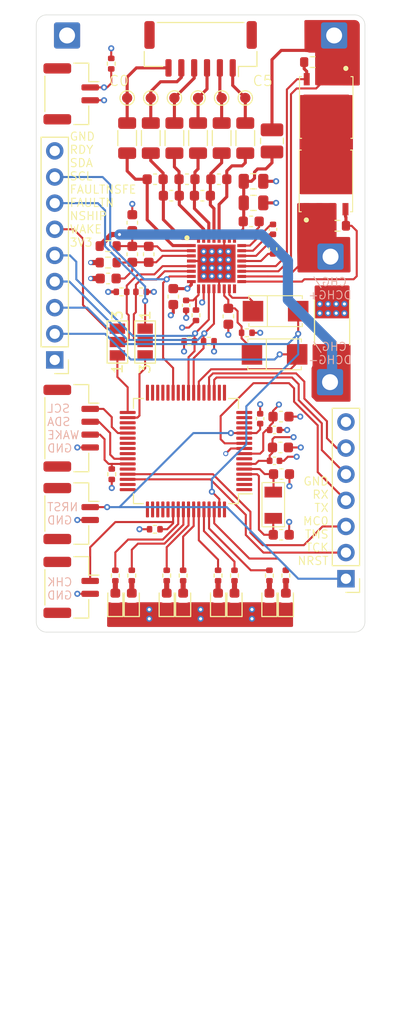
<source format=kicad_pcb>
(kicad_pcb (version 20240108) (generator "pcbnew") (generator_version "8.0")
  (layers (0 "F.Cu" signal) (1 "In1.Cu" signal) (2 "In2.Cu" signal) (31 "B.Cu" signal) (34 "B.Paste" user) (35 "F.Paste" user) (36 "B.SilkS" user "B.Silkscreen") (37 "F.SilkS" user "F.Silkscreen") (38 "B.Mask" user) (39 "F.Mask" user) (44 "Edge.Cuts" user))
  (net 0 "")
  (net 1 "Net-(U1-VCP)")
  (net 2 "Net-(U1-VB)")
  (net 3 "GND")
  (net 4 "Net-(U1-VCP1M)")
  (net 5 "Net-(U1-VCP1P)")
  (net 6 "Net-(U1-VCP2P)")
  (net 7 "Net-(U1-VCP2M)")
  (net 8 "/BMS_IC_Circuit/VREG_3V3")
  (net 9 "Net-(U1-C4)")
  (net 10 "Net-(U1-C5)")
  (net 11 "Net-(U1-C3)")
  (net 12 "Net-(U1-C2)")
  (net 13 "Net-(U1-C1)")
  (net 14 "Net-(U1-C0)")
  (net 15 "Net-(U1-ISENSEM)")
  (net 16 "Net-(U1-ISENSEP)")
  (net 17 "Net-(D1-K)")
  (net 18 "Net-(D2-K)")
  (net 19 "Net-(U1-NTC)")
  (net 20 "Net-(U2-PC14)")
  (net 21 "Net-(U2-PC15)")
  (net 22 "/MCU_Circuit/NRST")
  (net 23 "/BMS_IC_Circuit/SCL_EXT")
  (net 24 "/BMS_IC_Circuit/SDA_EXT")
  (net 25 "/MCU_Circuit/WAKE")
  (net 26 "/BMS_IC_Circuit/BATT+")
  (net 27 "/MCU_Circuit/SDA_HOST")
  (net 28 "/BMS_IC_Circuit/WAKEUP")
  (net 29 "/BMS_IC_Circuit/NSHIP")
  (net 30 "/BMS_IC_Circuit/C0")
  (net 31 "/BMS_IC_Circuit/C5")
  (net 32 "/BMS_IC_Circuit/C3")
  (net 33 "/BMS_IC_Circuit/C2")
  (net 34 "/BMS_IC_Circuit/C4")
  (net 35 "/BMS_IC_Circuit/C1")
  (net 36 "/Battery_Interfacing_Circuit/CHG{slash}DCHG+")
  (net 37 "/Battery_Interfacing_Circuit/CHG{slash}DCHG-")
  (net 38 "Net-(J8-Pin_2)")
  (net 39 "Net-(J8-Pin_1)")
  (net 40 "/BMS_IC_Circuit/RDY")
  (net 41 "/BMS_IC_Circuit/SDA")
  (net 42 "/BMS_IC_Circuit/SCL")
  (net 43 "/BMS_IC_Circuit/FAULTN_SAFE")
  (net 44 "/BMS_IC_Circuit/FAULTN")
  (net 45 "Net-(JP1-C)")
  (net 46 "Net-(JP2-C)")
  (net 47 "Net-(Q1-D)")
  (net 48 "/BMS_IC_Circuit/CHG")
  (net 49 "/BMS_IC_Circuit/DCHG")
  (net 70 "/MCU_Circuit/TMS")
  (net 72 "/MCU_Circuit/MCO")
  (net 77 "/MCU_Circuit/UART2_RX")
  (net 78 "/MCU_Circuit/UART2_TX")
  (net 88 "/MCU_Circuit/TCK")
  (net 89 "Net-(J6-Pin_1)")
  (net 90 "/MCU_Circuit/SCL_HOST")
  (net 92 "Net-(D3-A)")
  (net 93 "Net-(D4-A)")
  (net 94 "Net-(D5-A)")
  (net 95 "Net-(D6-A)")
  (net 96 "Net-(D7-A)")
  (net 97 "Net-(D8-A)")
  (net 98 "Net-(D9-A)")
  (net 99 "Net-(D10-A)")
  (net 100 "/MCU_Circuit/LEDRed1")
  (net 101 "/MCU_Circuit/LEDWhite1")
  (net 102 "/MCU_Circuit/LEDWhite2")
  (net 103 "/MCU_Circuit/LEDRed2")
  (net 104 "/MCU_Circuit/LEDWhite3")
  (net 105 "/MCU_Circuit/LEDRed3")
  (net 106 "/MCU_Circuit/LEDWhite4")
  (net 107 "/MCU_Circuit/LEDRed4")
  (footprint "Connector_PinHeader_2.54mm:PinHeader_1x09_P2.54mm_Vertical" (layer "F.Cu") (at 111.8 53.54 180)
    (property "Reference" "J9" (hide yes))
    (property "Value" "Conn_01x09")
  )
  (footprint "Resistor_SMD:R_0402_1005Metric" (layer "F.Cu") (at 124.9 51.725 180)
    (property "Reference" "R14" (hide yes))
    (property "Value" "10k")
  )
  (footprint "Capacitor_SMD:C_0402_1005Metric" (layer "F.Cu") (at 133.05 42.75 90)
    (property "Reference" "C4" (hide yes))
    (property "Value" "6.8n")
  )
  (footprint "Resistor_SMD:R_0402_1005Metric" (layer "F.Cu") (at 121.54 70)
    (property "Reference" "R16" (hide yes))
    (property "Value" "33k")
  )
  (footprint "Resistor_SMD:R_0402_1005Metric" (layer "F.Cu") (at 125.55 49.2 90)
    (property "Reference" "R18" (hide yes))
    (property "Value" "10k")
  )
  (footprint "LED_SMD:LED_0603_1608Metric" (layer "F.Cu") (at 119.3 77 90)
    (property "Reference" "D4" (hide yes))
    (property "Value" "LED")
  )
  (footprint "Jumper:SolderJumper-3_P1.3mm_Open_Pad1.0x1.5mm_NumberLabels" (layer "F.Cu") (at 117.9 51.8 90)
    (property "Reference" "JP1" (hide yes))
    (property "Value" "SolderJumper_3_Open")
  )
  (footprint "Capacitor_SMD:C_0402_1005Metric" (layer "F.Cu") (at 124.59 48.235 -90)
    (property "Reference" "C18" (hide yes))
    (property "Value" "10n")
  )
  (footprint "Connector_JST:JST_GH_SM02B-GHS-TB_1x02-1MP_P1.25mm_Horizontal" (layer "F.Cu") (at 113.4 75.65 -90)
    (property "Reference" "J6" (hide yes))
    (property "Value" "Conn_01x02")
  )
  (footprint "li-ion_BMS:JLCPCB-DFN-8(4.9x5.8)" (layer "F.Cu") (at 138.233 29 180)
    (property "Reference" "Q1" (hide yes))
    (property "Value" "NMOS")
  )
  (footprint "Inductor_SMD:L_1008_2520Metric" (layer "F.Cu") (at 132.95 32.25 90)
    (property "Reference" "L1" (hide yes))
    (property "Value" "1u")
  )
  (footprint "TestPoint:TestPoint_Pad_D1.0mm" (layer "F.Cu") (at 123.45 28.075)
    (property "Reference" "TP5" (hide yes))
    (property "Value" "TestPoint")
  )
  (footprint "Capacitor_SMD:C_0603_1608Metric" (layer "F.Cu") (at 120.95 43.275 90)
    (property "Reference" "C15" (hide yes))
    (property "Value" "22n")
  )
  (footprint "Capacitor_SMD:C_0603_1608Metric" (layer "F.Cu") (at 133.775 62.05)
    (property "Reference" "C24" (hide yes))
    (property "Value" "4.7u")
  )
  (footprint "Connector_Wire:SolderWire-0.75sqmm_1x01_D1.25mm_OD2.3mm" (layer "F.Cu") (at 139 22)
    (property "Reference" "J2" (hide yes))
    (property "Value" "Conn_Solder_Pad")
  )
  (footprint "TestPoint:TestPoint_Pad_D1.0mm" (layer "F.Cu") (at 121.15 28.075)
    (property "Reference" "TP6" (hide yes))
    (property "Value" "TestPoint")
  )
  (footprint "Capacitor_SMD:C_0603_1608Metric" (layer "F.Cu") (at 127.775 35.975 180)
    (property "Reference" "C7" (hide yes))
    (property "Value" "470n")
  )
  (footprint "Resistor_SMD:R_0402_1005Metric" (layer "F.Cu") (at 119.3 74.5 90)
    (property "Reference" "R15" (hide yes))
    (property "Value" "4.7k")
  )
  (footprint "TestPoint:TestPoint_Pad_D1.0mm" (layer "F.Cu") (at 125.75 28.075)
    (property "Reference" "TP4" (hide yes))
    (property "Value" "TestPoint")
  )
  (footprint "Capacitor_SMD:C_0805_2012Metric" (layer "F.Cu") (at 131.15 36.175)
    (property "Reference" "C2" (hide yes))
    (property "Value" "10u")
  )
  (footprint "Resistor_SMD:R_1206_3216Metric" (layer "F.Cu") (at 128.05 31.975 90)
    (property "Reference" "R4" (hide yes))
    (property "Value" "39")
  )
  (footprint "Capacitor_SMD:C_0603_1608Metric" (layer "F.Cu") (at 130.925 40.075)
    (property "Reference" "C1" (hide yes))
    (property "Value" "68n")
  )
  (footprint "Package_QFP:LQFP-64_10x10mm_P0.5mm" (layer "F.Cu") (at 124.575 62.4 180)
    (property "Reference" "U2" (hide yes))
    (property "Value" "STM32G071RBTx")
  )
  (footprint "Resistor_SMD:R_0603_1608Metric" (layer "F.Cu") (at 117 44.075 180)
    (property "Reference" "R9" (hide yes))
    (property "Value" "22")
  )
  (footprint "Resistor_SMD:R_0402_1005Metric" (layer "F.Cu") (at 132.7 74.5 90)
    (property "Reference" "R26" (hide yes))
    (property "Value" "3.3k")
  )
  (footprint "Capacitor_SMD:C_0603_1608Metric" (layer "F.Cu") (at 123.34 47.385 -90)
    (property "Reference" "C6" (hide yes))
    (property "Value" "4.7u")
  )
  (footprint "Capacitor_SMD:C_0402_1005Metric" (layer "F.Cu") (at 133.05 40.85 90)
    (property "Reference" "C5" (hide yes))
    (property "Value" "6.8n")
  )
  (footprint "Resistor_SMD:R_0402_1005Metric" (layer "F.Cu") (at 134.3 74.5 90)
    (property "Reference" "R27" (hide yes))
    (property "Value" "4.7k")
  )
  (footprint "LED_SMD:LED_0603_1608Metric" (layer "F.Cu") (at 122.7 77 90)
    (property "Reference" "D5" (hide yes))
    (property "Value" "LED")
  )
  (footprint "Resistor_SMD:R_1206_3216Metric" (layer "F.Cu") (at 125.75 31.975 90)
    (property "Reference" "R5" (hide yes))
    (property "Value" "39")
  )
  (footprint "TestPoint:TestPoint_Pad_D1.0mm" (layer "F.Cu") (at 128.05 28.075)
    (property "Reference" "TP3" (hide yes))
    (property "Value" "TestPoint")
  )
  (footprint "Capacitor_SMD:C_0603_1608Metric" (layer "F.Cu") (at 121.575 35.975 180)
    (property "Reference" "C11" (hide yes))
    (property "Value" "470n")
  )
  (footprint "Resistor_SMD:R_2512_6332Metric" (layer "F.Cu") (at 138.8 49.9 -90)
    (property "Reference" "RSENSE1" (hide yes))
    (property "Value" "10m")
  )
  (footprint "Resistor_SMD:R_1206_3216Metric" (layer "F.Cu") (at 123.45 31.975 90)
    (property "Reference" "R6" (hide yes))
    (property "Value" "39")
  )
  (footprint "Connector_PinHeader_2.54mm:PinHeader_1x07_P2.54mm_Vertical" (layer "F.Cu") (at 140.15 74.81 180)
    (property "Reference" "J10" (hide yes))
    (property "Value" "Conn_01x07")
  )
  (footprint "Capacitor_SMD:C_0603_1608Metric" (layer "F.Cu") (at 119.35 40.2 90)
    (property "Reference" "C13" (hide yes))
    (property "Value" "4.7u")
  )
  (footprint "li-ion_BMS:JLCPCB-DFN-8(4.9x5.8)" (layer "F.Cu") (at 138.2 36.1375)
    (property "Reference" "Q2" (hide yes))
    (property "Value" "NMOS")
  )
  (footprint "TestPoint:TestPoint_Pad_D1.0mm" (layer "F.Cu") (at 130.35 28.075)
    (property "Reference" "TP2" (hide yes))
    (property "Value" "TestPoint")
  )
  (footprint "Capacitor_SMD:C_0805_2012Metric" (layer "F.Cu") (at 131.15 38.275)
    (property "Reference" "C3" (hide yes))
    (property "Value" "220n")
  )
  (footprint "Resistor_SMD:R_0603_1608Metric" (layer "F.Cu") (at 117 42.475 180)
    (property "Reference" "R10" (hide yes))
    (property "Value" "22")
  )
  (footprint "LED_SMD:LED_0603_1608Metric" (layer "F.Cu") (at 132.7 77 90)
    (property "Reference" "D9" (hide yes))
    (property "Value" "LED")
  )
  (footprint "Capacitor_SMD:C_0603_1608Metric" (layer "F.Cu") (at 128.7 49.3 -90)
    (property "Reference" "C16" (hide yes))
    (property "Value" "100n")
  )
  (footprint "Capacitor_SMD:C_0603_1608Metric" (layer "F.Cu") (at 124.675 35.975 180)
    (property "Reference" "C9" (hide yes))
    (property "Value" "470n")
  )
  (footprint "Resistor_SMD:R_0402_1005Metric" (layer "F.Cu") (at 118.3 46.925)
    (property "Reference" "R2" (hide yes))
    (property "Value" "4.7k")
  )
  (footprint "Connector_JST:JST_GH_SM04B-GHS-TB_1x04-1MP_P1.25mm_Horizontal" (layer "F.Cu") (at 113.4 60.175 -90)
    (property "Reference" "J11" (hide yes))
    (property "Value" "Conn_01x04")
  )
  (footprint "Resistor_SMD:R_0402_1005Metric" (layer "F.Cu") (at 117.7 74.5 90)
    (property "Reference" "R20" (hide yes))
    (property "Value" "3.3k")
  )
  (footprint "Resistor_SMD:R_0402_1005Metric" (layer "F.Cu") (at 129.3 74.5 90)
    (property "Reference" "R25" (hide yes))
    (property "Value" "4.7k")
  )
  (footprint "Connector_JST:JST_GH_SM02B-GHS-TB_1x02-1MP_P1.25mm_Horizontal" (layer "F.Cu") (at 113.4 27.675 -90)
    (property "Reference" "J8" (hide yes))
    (property "Value" "Conn_01x02")
  )
  (footprint "Capacitor_SMD:C_0402_1005Metric" (layer "F.Cu") (at 133.2 63.35)
    (property "Reference" "C23" (hide yes))
    (property "Value" "100n")
  )
  (footprint "li-ion_BMS:QFN50P500X500X100-33N-D" (layer "F.Cu") (at 127.55 44.175)
    (property "Reference" "U1" (hide yes))
    (property "Value" "~" (hide yes))
  )
  (footprint "li-ion_BMS:NX3215SA-32.768K-STD-MUA-8" (layer "F.Cu") (at 133.075 67.6625 -90)
    (property "Reference" "Y1" (hide yes))
    (property "Value" "12.5p")
  )
  (footprint "Connector_JST:JST_GH_SM06B-GHS-TB_1x06-1MP_P1.25mm_Horizontal" (layer "F.Cu") (at 126 23.3 180)
    (property "Reference" "J1" (hide yes))
    (property "Value" "Conn_01x06")
  )
  (footprint "Capacitor_SMD:C_0603_1608Metric" (layer "F.Cu") (at 123.15 37.575 180)
    (property "Reference" "C10" (hide yes))
    (property "Value" "470n")
  )
  (footprint "Connector_JST:JST_GH_SM02B-GHS-TB_1x02-1MP_P1.25mm_Horizontal" (layer "F.Cu") (at 113.4 68.475 -90)
    (property "Reference" "J7" (hide yes))
    (property "Value" "Conn_01x02")
  )
  (footprint "Jumper:SolderJumper-3_P1.3mm_Open_Pad1.0x1.5mm_NumberLabels" (layer "F.Cu") (at 120.6 51.8 -90)
    (property "Reference" "JP2" (hide yes))
    (property "Value" "SolderJumper_3_Open")
  )
  (footprint "LED_SMD:LED_0603_1608Metric" (layer "F.Cu") (at 129.3 77 90)
    (property "Reference" "D8" (hide yes))
    (property "Value" "LED")
  )
  (footprint "LED_SMD:LED_0603_1608Metric" (layer "F.Cu") (at 134.3 77 90)
    (property "Reference" "D10" (hide yes))
    (property "Value" "LED")
  )
  (footprint "Resistor_SMD:R_0402_1005Metric" (layer "F.Cu") (at 122.7 74.5 90)
    (property "Reference" "R21" (hide yes))
    (property "Value" "3.3k")
  )
  (footprint "Resistor_SMD:R_1206_3216Metric" (layer "F.Cu") (at 118.85 31.975 90)
    (property "Reference" "R8" (hide yes))
    (property "Value" "39")
  )
  (footprint "Capacitor_SMD:C_0603_1608Metric" (layer "F.Cu") (at 133.85 70.5375)
    (property "Reference" "C19" (hide yes))
    (property "Value" "15p")
  )
  (footprint "Connector_Wire:SolderWire-0.75sqmm_1x01_D1.25mm_OD2.3mm" (layer "F.Cu") (at 138.65 43.5)
    (property "Reference" "J4" (hide yes))
    (property "Value" "Conn_Solder_Pad")
  )
  (footprint "Connector_Wire:SolderWire-0.75sqmm_1x01_D1.25mm_OD2.3mm" (layer "F.Cu") (at 113 22)
    (property "Reference" "J3" (hide yes))
    (property "Value" "Conn_Solder_Pad")
  )
  (footprint "Resistor_SMD:R_0603_1608Metric" (layer "F.Cu") (at 139.325 40.5 180)
    (property "Reference" "R11" (hide yes))
    (property "Value" "2M")
  )
  (footprint "Resistor_SMD:R_0402_1005Metric" (layer "F.Cu") (at 130.5 50.9)
    (property "Reference" "R17" (hide yes))
    (property "Value" "10k")
  )
  (footprint "Resistor_SMD:R_0402_1005Metric" (layer "F.Cu") (at 126.8 51.725)
    (property "Reference" "R13" (hide yes))
    (property "Value" "10k")
  )
  (footprint "Capacitor_SMD:C_0603_1608Metric" (layer "F.Cu") (at 133.825 59.05)
    (property "Reference" "C22" (hide yes))
    (property "Value" "4.7u")
  )
  (footprint "Resistor_SMD:R_0603_1608Metric" (layer "F.Cu") (at 136.908 24.5875)
    (property "Reference" "R12" (hide yes))
    (property "Value" "2M")
  )
  (footprint "Resistor_SMD:R_0402_1005Metric" (layer "F.Cu") (at 124.3 74.5 90)
    (property "Reference" "R22" (hide yes))
    (property "Value" "4.7k")
  )
  (footprint "Resistor_SMD:R_1206_3216Metric" (layer "F.Cu") (at 130.35 31.975 90)
    (property "Reference" "R3" (hide yes))
    (property "Value" "39")
  )
  (footprint "Capacitor_SMD:C_0603_1608Metric" (layer "F.Cu") (at 133.875 64.6375)
    (property "Reference" "C20" (hide yes))
    (property "Value" "15p")
  )
  (footprint "Capacitor_SMD:C_0402_1005Metric" (layer "F.Cu") (at 131.8 59.25 90)
    (property "Reference" "C25" (hide yes))
    (property "Value" "100n")
  )
  (footprint "Capacitor_SMD:C_0402_1005Metric" (layer "F.Cu") (at 133.2 60.35)
    (property "Reference" "C21" (hide yes))
    (property "Value" "100n")
  )
  (footprint "li-ion_BMS:SS34" (layer "F.Cu") (at 133.3 48.8)
    (property "Reference" "D2" (hide yes))
    (property "Value" "D")
  )
  (footprint "Resistor_SMD:R_0402_1005Metric" (layer "F.Cu") (at 117.3 24.74 -90)
    (property "Reference" "R19" (hide yes))
    (property "Value" "33k")
  )
  (footprint "Resistor_SMD:R_0402_1005Metric" (layer "F.Cu") (at 120.21 46.925 180)
    (property "Reference" "R1" (hide yes))
    (property "Value" "4.7k")
  )
  (footprint "Capacitor_SMD:C_0603_1608Metric" (layer "F.Cu") (at 126.175 37.575 180)
    (property "Reference" "C8" (hide yes))
    (property "Value" "470n")
  )
  (footprint "TestPoint:TestPoint_Pad_D1.0mm" (layer "F.Cu") (at 118.85 28.075)
    (property "Reference" "TP7" (hide yes))
    (property "Value" "TestPoint")
  )
  (footprint "Resistor_SMD:R_1206_3216Metric" (layer "F.Cu") (at 121.15 31.975 90)
    (property "Reference" "R7" (hide yes))
    (property "Value" "39")
  )
  (footprint "Capacitor_SMD:C_0603_1608Metric" (layer "F.Cu") (at 117 45.625)
    (property "Reference" "C12" (hide yes))
    (property "Value" "4.7u")
  )
  (footprint "li-ion_BMS:SS34" (layer "F.Cu") (at 133.2 53)
    (property "Reference" "D1" (hide yes))
    (property "Value" "D")
  )
  (footprint "Connector_Wire:SolderWire-0.75sqmm_1x01_D1.25mm_OD2.3mm" (layer "F.Cu") (at 138.6 55.7 180)
    (property "Reference" "J5" (hide yes))
    (property "Value" "Conn_Solder_Pad")
  )
  (footprint "Resistor_SMD:R_0402_1005Metric" (layer "F.Cu") (at 117.35 64.65 90)
    (property "Reference" "R24" (hide yes))
    (property "Value" "33k")
  )
  (footprint "LED_SMD:LED_0603_1608Metric" (layer "F.Cu") (at 124.3 77 90)
    (property "Reference" "D6" (hide yes))
    (property "Value" "LED")
  )
  (footprint "Capacitor_SMD:C_0603_1608Metric" (layer "F.Cu") (at 119.35 43.275 90)
    (property "Reference" "C14" (hide yes))
    (property "Value" "4.7u")
  )
  (footprint "LED_SMD:LED_0603_1608Metric" (layer "F.Cu") (at 117.7 77 90)
    (property "Reference" "D3" (hide yes))
    (property "Value" "LED")
  )
  (footprint "Resistor_SMD:R_0402_1005Metric" (layer "F.Cu") (at 127.7 74.5 90)
    (property "Reference" "R23" (hide yes))
    (property "Value" "3.3k")
  )
  (footprint "LED_SMD:LED_0603_1608Metric" (layer "F.Cu") (at 127.7 77 90)
    (property "Reference" "D7" (hide yes))
    (property "Value" "LED")
  )
  (gr_arc (start 141 20) (mid 141.707107 20.292893) (end 142 21) (stroke (width 0.05)) (layer "Edge.Cuts"))
  (gr_arc (start 111 80) (mid 110.292893 79.707107) (end 110 79) (stroke (width 0.05)) (layer "Edge.Cuts"))
  (gr_arc (start 142 79) (mid 141.707107 79.707107) (end 141 80) (stroke (width 0.05)) (layer "Edge.Cuts"))
  (gr_line (start 142 21) (end 142 79) (stroke (width 0.05)) (layer "Edge.Cuts"))
  (gr_line (start 111 20) (end 141 20) (stroke (width 0.05)) (layer "Edge.Cuts"))
  (gr_arc (start 110 21) (mid 110.292893 20.292893) (end 111 20) (stroke (width 0.05)) (layer "Edge.Cuts"))
  (gr_line (start 110 79) (end 110 21) (stroke (width 0.05)) (layer "Edge.Cuts"))
  (gr_line (start 141 80) (end 111 80) (stroke (width 0.05)) (layer "Edge.Cuts"))
  (gr_text "SCL\nSDA\nWAKE\nGND" (at 111 62.6 0) (layer "B.SilkS") (effects (font (size 0.8 0.8) (thickness 0.1)) (justify right bottom mirror)))
  (gr_text "NRST\nGND" (at 111 69.6 0) (layer "B.SilkS") (effects (font (size 0.8 0.8) (thickness 0.1)) (justify right bottom mirror)))
  (gr_text "CHG/\nDCHG+" (at 138.6 46.6 0) (layer "B.SilkS") (effects (font (size 0.8 0.8) (thickness 0.1)) (justify mirror)))
  (gr_text "CHK\nGND" (at 111 76.9 0) (layer "B.SilkS") (effects (font (size 0.8 0.8) (thickness 0.1)) (justify right bottom mirror)))
  (gr_text "CHG/\nDCHG-" (at 138.6 52.9 0) (layer "B.SilkS") (effects (font (size 0.8 0.8) (thickness 0.1)) (justify mirror)))
  (gr_text "C5" (at 131 27 0) (layer "F.SilkS") (effects (font (size 1 1) (thickness 0.1)) (justify left bottom)))
  (gr_text "C0" (at 117 27 0) (layer "F.SilkS") (effects (font (size 1 1) (thickness 0.1)) (justify left bottom)))
  (gr_text "GND\nRX\nTX\nMC0\nTMS\nTCK\nNRST" (at 138.52 73.54 0) (layer "F.SilkS") (effects (font (size 0.8 0.8) (thickness 0.1)) (justify right bottom)))
  (gr_text "GND\nRDY\nSDA\nSCL\nFAULTNSFE\nFAULTN\nNSHIP\nWAKE\n3V3" (at 113.2 42.59 0) (layer "F.SilkS") (effects (font (size 0.8 0.8) (thickness 0.1)) (justify left bottom)))
  (segment (start 131.7 40.075) (end 131.7 40.625) (width 0.2) (layer "F.Cu") (net 1))
  (segment (start 130.6 41.725) (end 129.3 41.725) (width 0.2) (layer "F.Cu") (net 1))
  (segment (start 131.7 40.625) (end 130.6 41.725) (width 0.2) (layer "F.Cu") (net 1))
  (segment (start 132.35 34.975) (end 132.95 34.375) (width 0.3) (layer "F.Cu") (net 2))
  (segment (start 130.2 36.175) (end 130.2 38.275) (width 0.3) (layer "F.Cu") (net 2))
  (segment (start 130.95 36.175) (end 131.25 35.875) (width 0.3) (layer "F.Cu") (net 2))
  (segment (start 128.8 41.725) (end 128.8 41.125) (width 0.2) (layer "F.Cu") (net 2))
  (segment (start 130.2 36.175) (end 130.95 36.175) (width 0.3) (layer "F.Cu") (net 2))
  (segment (start 130.2 40.025) (end 130.15 40.075) (width 0.3) (layer "F.Cu") (net 2))
  (segment (start 131.25 35.275) (end 131.55 34.975) (width 0.3) (layer "F.Cu") (net 2))
  (segment (start 128.8 41.125) (end 128.95 40.975) (width 0.2) (layer "F.Cu") (net 2))
  (segment (start 131.55 34.975) (end 132.35 34.975) (width 0.3) (layer "F.Cu") (net 2))
  (segment (start 128.95 40.975) (end 129.95 40.975) (width 0.2) (layer "F.Cu") (net 2))
  (segment (start 130.2 38.275) (end 130.2 40.025) (width 0.3) (layer "F.Cu") (net 2))
  (segment (start 129.95 40.975) (end 130.15 40.775) (width 0.2) (layer "F.Cu") (net 2))
  (segment (start 130.15 40.775) (end 130.15 40.075) (width 0.2) (layer "F.Cu") (net 2))
  (segment (start 132.95 34.375) (end 132.95 33.325) (width 0.3) (layer "F.Cu") (net 2))
  (segment (start 131.25 35.875) (end 131.25 35.275) (width 0.3) (layer "F.Cu") (net 2))
  (segment (start 134.55 62.05) (end 135.75 62.05) (width 0.2) (layer "F.Cu") (net 3))
  (segment (start 132.1 36.175) (end 133.35 36.175) (width 0.3) (layer "F.Cu") (net 3))
  (segment (start 127.8 44.425) (end 127.55 44.175) (width 0.2) (layer "F.Cu") (net 3))
  (segment (start 124.6 49.07) (end 124.59 49.06) (width 0.2) (layer "F.Cu") (net 3))
  (segment (start 120.05 70) (end 121.03 70) (width 0.2) (layer "F.Cu") (net 3))
  (segment (start 127.3 43.925) (end 127.55 44.175) (width 0.2) (layer "F.Cu") (net 3))
  (segment (start 123.34 48.96) (end 123.34 48.16) (width 0.3) (layer "F.Cu") (net 3))
  (segment (start 117.35 65.16) (end 117.35 65.99) (width 0.2) (layer "F.Cu") (net 3))
  (segment (start 132.1 38.275) (end 133.35 38.275) (width 0.3) (layer "F.Cu") (net 3))
  (segment (start 125.1 43.925) (end 127.3 43.925) (width 0.2) (layer "F.Cu") (net 3))
  (segment (start 124.59 49.06) (end 124.59 48.715) (width 0.2) (layer "F.Cu") (net 3))
  (segment (start 116.225 45.625) (end 115.3 45.625) (width 0.5) (layer "F.Cu") (net 3))
  (segment (start 131.8 58.77) (end 131.8 57.85) (width 0.2) (layer "F.Cu") (net 3))
  (segment (start 115.25 69.1) (end 114 69.1) (width 0.2) (layer "F.Cu") (net 3))
  (segment (start 128.3 41.725) (end 128.3 43.425) (width 0.2) (layer "F.Cu") (net 3))
  (segment (start 134.625 69.2875) (end 134.625 70.5375) (width 0.2) (layer "F.Cu") (net 3))
  (segment (start 127.31 51.725) (end 127.31 52.715) (width 0.2) (layer "F.Cu") (net 3))
  (segment (start 128.45 62.65) (end 128.95 62.15) (width 0.2) (layer "F.Cu") (net 3))
  (segment (start 127.8 46.625) (end 127.8 44.425) (width 0.2) (layer "F.Cu") (net 3))
  (segment (start 119.35 39.425) (end 119.35 38.375) (width 0.2) (layer "F.Cu") (net 3))
  (segment (start 115.25 62.05) (end 114 62.05) (width 0.2) (layer "F.Cu") (net 3))
  (segment (start 134.1 63.35) (end 134.5 62.95) (width 0.2) (layer "F.Cu") (net 3))
  (segment (start 134.6 59.05) (end 135.7 59.05) (width 0.2) (layer "F.Cu") (net 3))
  (segment (start 128.7 50.075) (end 128.7 51.1) (width 0.2) (layer "F.Cu") (net 3))
  (segment (start 124.39 51.725) (end 124.39 52.715) (width 0.2) (layer "F.Cu") (net 3))
  (segment (start 133.705 60.35) (end 134.425 60.35) (width 0.2) (layer "F.Cu") (net 3))
  (segment (start 124.6 49.45) (end 124.6 49.07) (width 0.2) (layer "F.Cu") (net 3))
  (segment (start 131.01 50.9) (end 131.8 50.9) (width 0.2) (layer "F.Cu") (net 3))
  (segment (start 116.175 44.075) (end 115.3 44.075) (width 0.5) (layer "F.Cu") (net 3))
  (segment (start 123.1 49.2) (end 123.34 48.96) (width 0.3) (layer "F.Cu") (net 3))
  (segment (start 128.95 62.15) (end 130.25 62.15) (width 0.2) (layer "F.Cu") (net 3))
  (segment (start 134.65 64.6375) (end 134.65 65.8125) (width 0.2) (layer "F.Cu") (net 3))
  (segment (start 134.5 62.95) (end 135.35 62.95) (width 0.2) (layer "F.Cu") (net 3))
  (segment (start 128.3 43.425) (end 127.55 44.175) (width 0.2) (layer "F.Cu") (net 3))
  (segment (start 133.68 63.35) (end 134.1 63.35) (width 0.2) (layer "F.Cu") (net 3))
  (via (at 127.9 45.4) (size 0.6) (drill 0.3) (layers "F.Cu" "B.Cu") (net 3))
  (via (at 127.9 43.8) (size 0.6) (drill 0.3) (layers "F.Cu" "B.Cu") (net 3))
  (via (at 126 77.8) (size 0.6) (drill 0.3) (layers "F.Cu" "B.Cu") (net 3))
  (via (at 124.39 52.715) (size 0.6) (drill 0.3) (layers "F.Cu" "B.Cu") (net 3))
  (via (at 120.05 70) (size 0.6) (drill 0.3) (layers "F.Cu" "B.Cu") (net 3))
  (via (at 127.1 43) (size 0.6) (drill 0.3) (layers "F.Cu" "B.Cu") (net 3))
  (via (at 115.3 44.075) (size 0.5) (drill 0.3) (layers "F.Cu" "B.Cu") (net 3))
  (via (at 127.1 43.8) (size 0.6) (drill 0.3) (layers "F.Cu" "B.Cu") (net 3))
  (via (at 137.6 49) (size 0.6) (drill 0.3) (layers "F.Cu" "B.Cu") (net 3))
  (via (at 127.1 44.6) (size 0.6) (drill 0.3) (layers "F.Cu" "B.Cu") (net 3))
  (via (at 119.35 38.375) (size 0.6) (drill 0.3) (layers "F.Cu" "B.Cu") (net 3))
  (via (at 133.35 38.275) (size 0.6) (drill 0.3) (layers "F.Cu" "B.Cu") (net 3))
  (via (at 124.6 49.45) (size 0.6) (drill 0.3) (layers "F.Cu" "B.Cu") (net 3))
  (via (at 139.2 49) (size 0.6) (drill 0.3) (layers "F.Cu" "B.Cu") (net 3))
  (via (at 137.6 48.1) (size 0.6) (drill 0.3) (layers "F.Cu" "B.Cu") (net 3))
  (via (at 134.625 69.2875) (size 0.6) (drill 0.3) (layers "F.Cu" "B.Cu") (net 3))
  (via (at 131 78.7) (size 0.6) (drill 0.3) (layers "F.Cu" "B.Cu") (net 3))
  (via (at 131 77.8) (size 0.6) (drill 0.3) (layers "F.Cu" "B.Cu") (net 3))
  (via (at 134.65 65.8125) (size 0.6) (drill 0.3) (layers "F.Cu" "B.Cu") (net 3))
  (via (at 139.2 48.1) (size 0.6) (drill 0.3) (layers "F.Cu" "B.Cu") (net 3))
  (via (at 126.3 44.6) (size 0.6) (drill 0.3) (layers "F.Cu" "B.Cu") (net 3))
  (via (at 138.4 49) (size 0.6) (drill 0.3) (layers "F.Cu" "B.Cu") (net 3))
  (via (at 140 48.1) (size 0.6) (drill 0.3) (layers "F.Cu" "B.Cu") (net 3))
  (via (at 138.4 48.1) (size 0.6) (drill 0.3) (layers "F.Cu" "B.Cu") (net 3))
  (via (at 128.7 43.8) (size 0.6) (drill 0.3) (layers "F.Cu" "B.Cu") (net 3))
  (via (at 135.75 62.05) (size 0.6) (drill 0.3) (layers "F.Cu" "B.Cu") (net 3))
  (via (at 127.9 43) (size 0.6) (drill 0.3) (layers "F.Cu" "B.Cu") (net 3))
  (via (at 127.1 45.4) (size 0.6) (drill 0.3) (layers "F.Cu" "B.Cu") (net 3))
  (via (at 121 77.8) (size 0.6) (drill 0.3) (layers "F.Cu" "B.Cu") (net 3))
  (via (at 114 62.05) (size 0.6) (drill 0.3) (layers "F.Cu" "B.Cu") (net 3))
  (via (at 135.35 62.95) (size 0.6) (drill 0.3) (layers "F.Cu" "B.Cu") (net 3))
  (via (at 135.7 59.05) (size 0.6) (drill 0.3) (layers "F.Cu" "B.Cu") (net 3))
  (via (at 123.1 49.2) (size 0.6) (drill 0.3) (layers "F.Cu" "B.Cu") (net 3))
  (via (at 134.425 60.35) (size 0.6) (drill 0.3) (layers "F.Cu" "B.Cu") (net 3))
  (via (at 127.9 44.6) (size 0.6) (drill 0.3) (layers "F.Cu" "B.Cu") (net 3))
  (via (at 131.8 50.9) (size 0.6) (drill 0.3) (layers "F.Cu" "B.Cu") (net 3))
  (via (at 128.45 62.65) (size 0.5) (drill 0.3) (layers "F.Cu" "B.Cu") (net 3))
  (via (at 131.8 57.85) (size 0.6) (drill 0.3) (layers "F.Cu" "B.Cu") (net 3))
  (via (at 115.3 45.625) (size 0.5) (drill 0.3) (layers "F.Cu" "B.Cu") (net 3))
  (via (at 127.31 52.715) (size 0.6) (drill 0.3) (layers "F.Cu" "B.Cu") (net 3))
  (via (at 128.7 44.6) (size 0.6) (drill 0.3) (layers "F.Cu" "B.Cu") (net 3))
  (via (at 117.35 65.99) (size 0.6) (drill 0.3) (layers "F.Cu" "B.Cu") (net 3))
  (via (at 121 78.7) (size 0.6) (drill 0.3) (layers "F.Cu" "B.Cu") (net 3))
  (via (at 126.3 43.8) (size 0.6) (drill 0.3) (layers "F.Cu" "B.Cu") (net 3))
  (via (at 128.7 51.1) (size 0.6) (drill 0.3) (layers "F.Cu" "B.Cu") (net 3))
  (via (at 140 49) (size 0.6) (drill 0.3) (layers "F.Cu" "B.Cu") (net 3))
  (via (at 126 78.7) (size 0.6) (drill 0.3) (layers "F.Cu" "B.Cu") (net 3))
  (via (at 133.35 36.175) (size 0.6) (drill 0.3) (layers "F.Cu" "B.Cu") (net 3))
  (via (at 128.7 43) (size 0.6) (drill 0.3) (layers "F.Cu" "B.Cu") (net 3))
  (via (at 114 69.1) (size 0.6) (drill 0.3) (layers "F.Cu" "B.Cu") (net 3))
  (via (at 126.3 43) (size 0.6) (drill 0.3) (layers "F.Cu" "B.Cu") (net 3))
  (via (at 126.3 45.4) (size 0.6) (drill 0.3) (layers "F.Cu" "B.Cu") (net 3))
  (via (at 128.7 45.4) (size 0.6) (drill 0.3) (layers "F.Cu" "B.Cu") (net 3))
  (segment (start 133.05 43.23) (end 132.57 43.23) (width 0.2) (layer "F.Cu") (net 4))
  (segment (start 132.57 43.23) (end 131.875 43.925) (width 0.2) (layer "F.Cu") (net 4))
  (segment (start 131.875 43.925) (end 130 43.925) (width 0.2) (layer "F.Cu") (net 4))
  (segment (start 132.555 42.27) (end 131.4 43.425) (width 0.2) (layer "F.Cu") (net 5))
  (segment (start 133.05 42.27) (end 132.555 42.27) (width 0.2) (layer "F.Cu") (net 5))
  (segment (start 131.4 43.425) (end 130 43.425) (width 0.2) (layer "F.Cu") (net 5))
  (segment (start 132.855 40.37) (end 133.05 40.37) (width 0.2) (layer "F.Cu") (net 6))
  (segment (start 130.8 42.425) (end 130 42.425) (width 0.2) (layer "F.Cu") (net 6))
  (segment (start 130.8 42.425) (end 132.855 40.37) (width 0.2) (layer "F.Cu") (net 6))
  (segment (start 133.05 41.33) (end 132.695 41.33) (width 0.2) (layer "F.Cu") (net 7))
  (segment (start 132.695 41.33) (end 131.1 42.925) (width 0.2) (layer "F.Cu") (net 7))
  (segment (start 131.1 42.925) (end 130 42.925) (width 0.2) (layer "F.Cu") (net 7))
  (segment (start 124.715 46.61) (end 123.34 46.61) (width 0.3) (layer "F.Cu") (net 8))
  (segment (start 133.05 58.5) (end 133.05 59.05) (width 0.2) (layer "F.Cu") (net 8))
  (segment (start 131.65 63.35) (end 131.35 63.65) (width 0.2) (layer "F.Cu") (net 8))
  (segment (start 132.1 60.65) (end 132.4 60.35) (width 0.2) (layer "F.Cu") (net 8))
  (segment (start 133.2 61.05) (end 133 61.25) (width 0.2) (layer "F.Cu") (net 8))
  (segment (start 132.4 60.35) (end 132.72 60.35) (width 0.2) (layer "F.Cu") (net 8))
  (segment (start 124.715 46.61) (end 125.1 46.225) (width 0.3) (layer "F.Cu") (net 8))
  (segment (start 130.25 63.65) (end 131.35 63.65) (width 0.2) (layer "F.Cu") (net 8))
  (segment (start 117.3 24.23) (end 117.3 23.25) (width 0.2) (layer "F.Cu") (net 8))
  (segment (start 133 62.55) (end 132.72 62.83) (width 0.2) (layer "F.Cu") (net 8))
  (segment (start 130.25 62.65) (end 131.8 62.65) (width 0.2) (layer "F.Cu") (net 8))
  (segment (start 133 61.25) (end 133 62.05) (width 0.2) (layer "F.Cu") (net 8))
  (segment (start 125.1 46.225) (end 125.1 45.925) (width 0.3) (layer "F.Cu") (net 8))
  (segment (start 133 62.05) (end 133 62.55) (width 0.2) (layer "F.Cu") (net 8))
  (segment (start 133.625 57.925) (end 133.05 58.5) (width 0.2) (layer "F.Cu") (net 8))
  (segment (start 133.2 61.05) (end 135.05 61.05) (width 0.2) (layer "F.Cu") (net 8))
  (segment (start 115.25 76.275) (end 114 76.275) (width 0.2) (layer "F.Cu") (net 8))
  (segment (start 133.05 59.625) (end 133.05 59.05) (width 0.2) (layer "F.Cu") (net 8))
  (segment (start 132.72 59.955) (end 133.05 59.625) (width 0.2) (layer "F.Cu") (net 8))
  (segment (start 132.72 60.35) (end 132.72 59.955) (width 0.2) (layer "F.Cu") (net 8))
  (segment (start 133.625 57.875) (end 133.625 57.925) (width 0.2) (layer "F.Cu") (net 8))
  (segment (start 120.72 46.925) (end 121.45 46.925) (width 0.3) (layer "F.Cu") (net 8))
  (segment (start 132.72 62.83) (end 132.72 63.35) (width 0.2) (layer "F.Cu") (net 8))
  (segment (start 117.79 46.925) (end 117 46.925) (width 0.3) (layer "F.Cu") (net 8))
  (segment (start 117.765 46.9) (end 117.79 46.925) (width 0.3) (layer "F.Cu") (net 8))
  (segment (start 132.72 63.35) (end 131.65 63.35) (width 0.2) (layer "F.Cu") (net 8))
  (segment (start 131.8 62.65) (end 132.1 62.35) (width 0.2) (layer "F.Cu") (net 8))
  (segment (start 132.1 62.35) (end 132.1 60.65) (width 0.2) (layer "F.Cu") (net 8))
  (via (at 117 46.925) (size 0.6) (drill 0.3) (layers "F.Cu" "B.Cu") (net 8))
  (via (at 117.3 23.25) (size 0.6) (drill 0.3) (layers "F.Cu" "B.Cu") (net 8))
  (via (at 121.45 46.925) (size 0.6) (drill 0.3) (layers "F.Cu" "B.Cu") (net 8))
  (via (at 124.715 46.61) (size 0.6) (drill 0.3) (layers "F.Cu" "B.Cu") (net 8))
  (via (at 114 76.275) (size 0.6) (drill 0.3) (layers "F.Cu" "B.Cu") (net 8))
  (via (at 135.05 61.05) (size 0.6) (drill 0.3) (layers "F.Cu" "B.Cu") (net 8))
  (via (at 133.625 57.875) (size 0.6) (drill 0.3) (layers "F.Cu" "B.Cu") (net 8))
  (segment (start 126.95 37.575) (end 126.95 36.025) (width 0.3) (layer "F.Cu") (net 9))
  (segment (start 126.95 38.475) (end 127.3 38.825) (width 0.3) (layer "F.Cu") (net 9))
  (segment (start 127 35.425) (end 128.05 34.375) (width 0.3) (layer "F.Cu") (net 9))
  (segment (start 127.3 38.825) (end 127.3 41.725) (width 0.3) (layer "F.Cu") (net 9))
  (segment (start 126.95 38.475) (end 126.95 37.575) (width 0.3) (layer "F.Cu") (net 9))
  (segment (start 127 35.975) (end 127 35.425) (width 0.3) (layer "F.Cu") (net 9))
  (segment (start 128.05 34.375) (end 128.05 33.4375) (width 0.3) (layer "F.Cu") (net 9))
  (segment (start 126.95 36.025) (end 127 35.975) (width 0.3) (layer "F.Cu") (net 9))
  (segment (start 129.05 34.675) (end 130.05 34.675) (width 0.3) (layer "F.Cu") (net 10))
  (segment (start 127.8 38.425) (end 128.55 37.675) (width 0.3) (layer "F.Cu") (net 10))
  (segment (start 128.55 37.675) (end 128.55 35.975) (width 0.3) (layer "F.Cu") (net 10))
  (segment (start 128.55 35.975) (end 128.55 35.175) (width 0.3) (layer "F.Cu") (net 10))
  (segment (start 130.05 34.675) (end 130.35 34.375) (width 0.3) (layer "F.Cu") (net 10))
  (segment (start 130.35 34.375) (end 130.35 33.4375) (width 0.3) (layer "F.Cu") (net 10))
  (segment (start 127.8 41.725) (end 127.8 38.425) (width 0.3) (layer "F.Cu") (net 10))
  (segment (start 128.55 35.175) (end 129.05 34.675) (width 0.3) (layer "F.Cu") (net 10))
  (segment (start 125.4 37.575) (end 125.4 36.025) (width 0.3) (layer "F.Cu") (net 11))
  (segment (start 125.4 38.825) (end 126.8 40.225) (width 0.3) (layer "F.Cu") (net 11))
  (segment (start 125.45 35.275) (end 125.75 34.975) (width 0.3) (layer "F.Cu") (net 11))
  (segment (start 125.4 37.575) (end 125.4 38.825) (width 0.3) (layer "F.Cu") (net 11))
  (segment (start 125.45 35.975) (end 125.45 35.275) (width 0.3) (layer "F.Cu") (net 11))
  (segment (start 125.4 36.025) (end 125.45 35.975) (width 0.3) (layer "F.Cu") (net 11))
  (segment (start 125.75 34.975) (end 125.75 33.4375) (width 0.3) (layer "F.Cu") (net 11))
  (segment (start 126.8 40.225) (end 126.8 41.725) (width 0.3) (layer "F.Cu") (net 11))
  (segment (start 123.925 36) (end 123.9 35.975) (width 0.3) (layer "F.Cu") (net 12))
  (segment (start 123.9 35.225) (end 123.45 34.775) (width 0.3) (layer "F.Cu") (net 12))
  (segment (start 126.3 40.825) (end 126.3 41.725) (width 0.3) (layer "F.Cu") (net 12))
  (segment (start 123.9 35.975) (end 123.9 35.225) (width 0.3) (layer "F.Cu") (net 12))
  (segment (start 123.45 34.775) (end 123.45 33.4375) (width 0.3) (layer "F.Cu") (net 12))
  (segment (start 123.925 38.45) (end 123.925 37.575) (width 0.3) (layer "F.Cu") (net 12))
  (segment (start 123.925 37.575) (end 123.925 36) (width 0.3) (layer "F.Cu") (net 12))
  (segment (start 123.925 38.45) (end 126.3 40.825) (width 0.3) (layer "F.Cu") (net 12))
  (segment (start 122.375 37.575) (end 122.375 39.9) (width 0.3) (layer "F.Cu") (net 13))
  (segment (start 121.15 34.175) (end 121.15 33.4375) (width 0.3) (layer "F.Cu") (net 13))
  (segment (start 122.375 37.575) (end 122.375 36) (width 0.3) (layer "F.Cu") (net 13))
  (segment (start 122.35 35.375) (end 121.15 34.175) (width 0.3) (layer "F.Cu") (net 13))
  (segment (start 124.2 41.725) (end 125.8 41.725) (width 0.3) (layer "F.Cu") (net 13))
  (segment (start 122.375 36) (end 122.35 35.975) (width 0.3) (layer "F.Cu") (net 13))
  (segment (start 122.35 35.975) (end 122.35 35.375) (width 0.3) (layer "F.Cu") (net 13))
  (segment (start 122.375 39.9) (end 124.2 41.725) (width 0.3) (layer "F.Cu") (net 13))
  (segment (start 125.1 42.425) (end 123.3 42.425) (width 0.3) (layer "F.Cu") (net 14))
  (segment (start 120.8 39.925) (end 120.8 35.975) (width 0.3) (layer "F.Cu") (net 14))
  (segment (start 123.3 42.425) (end 120.8 39.925) (width 0.3) (layer "F.Cu") (net 14))
  (segment (start 120.8 35.975) (end 119.65 35.975) (width 0.3) (layer "F.Cu") (net 14))
  (segment (start 118.85 35.175) (end 118.85 33.4375) (width 0.3) (layer "F.Cu") (net 14))
  (segment (start 119.65 35.975) (end 118.85 35.175) (width 0.3) (layer "F.Cu") (net 14))
  (segment (start 119.35 44.875) (end 119.35 44.05) (width 0.2) (layer "F.Cu") (net 15))
  (segment (start 120.95 44.05) (end 119.35 44.05) (width 0.2) (layer "F.Cu") (net 15))
  (segment (start 117.775 44.075) (end 119.325 44.075) (width 0.2) (layer "F.Cu") (net 15))
  (segment (start 122.3 43.425) (end 125.1 43.425) (width 0.2) (layer "F.Cu") (net 15))
  (segment (start 118.6 45.625) (end 119.35 44.875) (width 0.2) (layer "F.Cu") (net 15))
  (segment (start 117.775 45.625) (end 118.6 45.625) (width 0.2) (layer "F.Cu") (net 15))
  (segment (start 119.325 44.075) (end 119.35 44.05) (width 0.2) (layer "F.Cu") (net 15))
  (segment (start 121.675 44.05) (end 122.3 43.425) (width 0.2) (layer "F.Cu") (net 15))
  (segment (start 120.95 44.05) (end 121.675 44.05) (width 0.2) (layer "F.Cu") (net 15))
  (segment (start 119.325 42.475) (end 119.35 42.5) (width 0.2) (layer "F.Cu") (net 16))
  (segment (start 119.35 42.5) (end 119.35 40.975) (width 0.2) (layer "F.Cu") (net 16))
  (segment (start 121.775 42.5) (end 120.95 42.5) (width 0.2) (layer "F.Cu") (net 16))
  (segment (start 117.775 42.475) (end 119.325 42.475) (width 0.2) (layer "F.Cu") (net 16))
  (segment (start 125.1 42.925) (end 122.2 42.925) (width 0.2) (layer "F.Cu") (net 16))
  (segment (start 122.2 42.925) (end 121.775 42.5) (width 0.2) (layer "F.Cu") (net 16))
  (segment (start 119.35 42.5) (end 120.95 42.5) (width 0.2) (layer "F.Cu") (net 16))
  (segment (start 129.99 50.9) (end 129.99 51.44) (width 0.2) (layer "F.Cu") (net 17))
  (segment (start 128.3 46.625) (end 128.3 47.3) (width 0.2) (layer "F.Cu") (net 17))
  (segment (start 129.99 51.44) (end 131 52.45) (width 0.2) (layer "F.Cu") (net 17))
  (segment (start 129.6 49.9) (end 129.99 50.29) (width 0.2) (layer "F.Cu") (net 17))
  (segment (start 131 52.45) (end 131 53) (width 0.2) (layer "F.Cu") (net 17))
  (segment (start 128.7 48.525) (end 129.325 48.525) (width 0.2) (layer "F.Cu") (net 17))
  (segment (start 129.99 50.29) (end 129.99 50.9) (width 0.2) (layer "F.Cu") (net 17))
  (segment (start 129.6 48.8) (end 129.6 49.9) (width 0.2) (layer "F.Cu") (net 17))
  (segment (start 129.325 48.525) (end 129.6 48.8) (width 0.2) (layer "F.Cu") (net 17))
  (segment (start 128.7 47.7) (end 128.7 48.525) (width 0.2) (layer "F.Cu") (net 17))
  (segment (start 128.3 47.3) (end 128.7 47.7) (width 0.2) (layer "F.Cu") (net 17))
  (segment (start 128.8 46.625) (end 128.8 47.2) (width 0.2) (layer "F.Cu") (net 18))
  (segment (start 129.1 47.5) (end 130.7 47.5) (width 0.2) (layer "F.Cu") (net 18))
  (segment (start 128.8 47.2) (end 129.1 47.5) (width 0.2) (layer "F.Cu") (net 18))
  (segment (start 130.7 47.5) (end 131.1 47.9) (width 0.2) (layer "F.Cu") (net 18))
  (segment (start 131.1 47.9) (end 131.1 48.8) (width 0.2) (layer "F.Cu") (net 18))
  (segment (start 124.59 47.755) (end 125.27 47.755) (width 0.2) (layer "F.Cu") (net 19))
  (segment (start 125.55 47.475) (end 125.5625 47.4625) (width 0.2) (layer "F.Cu") (net 19))
  (segment (start 125.27 47.755) (end 125.5625 47.4625) (width 0.2) (layer "F.Cu") (net 19))
  (segment (start 125.8 47.225) (end 125.8 46.625) (width 0.2) (layer "F.Cu") (net 19))
  (segment (start 125.55 48.69) (end 125.55 47.475) (width 0.2) (layer "F.Cu") (net 19))
  (segment (start 125.5625 47.4625) (end 125.8 47.225) (width 0.2) (layer "F.Cu") (net 19))
  (segment (start 131.675 64.825) (end 131.5 64.65) (width 0.2) (layer "F.Cu") (net 20))
  (segment (start 132.175 70.5375) (end 131.675 70.0375) (width 0.2) (layer "F.Cu") (net 20))
  (segment (start 133.075 70.5375) (end 132.175 70.5375) (width 0.2) (layer "F.Cu") (net 20))
  (segment (start 131.5 64.65) (end 130.25 64.65) (width 0.2) (layer "F.Cu") (net 20))
  (segment (start 133.075 68.9375) (end 133.075 70.5375) (width 0.2) (layer "F.Cu") (net 20))
  (segment (start 131.675 70.0375) (end 131.675 64.825) (width 0.2) (layer "F.Cu") (net 20))
  (segment (start 131.75 64.15) (end 132.2375 64.6375) (width 0.2) (layer "F.Cu") (net 21))
  (segment (start 133.1 66.3625) (end 133.075 66.3875) (width 0.2) (layer "F.Cu") (net 21))
  (segment (start 133.075 64.6625) (end 133.1 64.6375) (width 0.2) (layer "F.Cu") (net 21))
  (segment (start 130.25 64.15) (end 131.75 64.15) (width 0.2) (layer "F.Cu") (net 21))
  (segment (start 133.1 64.6375) (end 133.1 66.3625) (width 0.2) (layer "F.Cu") (net 21))
  (segment (start 132.2375 64.6375) (end 133.1 64.6375) (width 0.2) (layer "F.Cu") (net 21))
  (segment (start 130.25 60.65) (end 131.45 60.65) (width 0.2) (layer "F.Cu") (net 22))
  (segment (start 130.25 60.65) (end 128.95 60.65) (width 0.2) (layer "F.Cu") (net 22))
  (segment (start 131.45 60.65) (end 131.8 60.3) (width 0.2) (layer "F.Cu") (net 22))
  (segment (start 115.25 67.85) (end 116.9 67.85) (width 0.2) (layer "F.Cu") (net 22))
  (segment (start 131.8 60.3) (end 131.8 59.73) (width 0.2) (layer "F.Cu") (net 22))
  (via (at 116.9 67.85) (size 0.6) (drill 0.3) (layers "F.Cu" "B.Cu") (net 22))
  (via (at 128.95 60.65) (size 0.6) (drill 0.3) (layers "F.Cu" "B.Cu") (net 22))
  (segment (start 128.55 67.85) (end 135.51 74.81) (width 0.2) (layer "B.Cu") (net 22))
  (segment (start 135.51 74.81) (end 140.15 74.81) (width 0.2) (layer "B.Cu") (net 22))
  (segment (start 118.1 67.85) (end 128.55 67.85) (width 0.2) (layer "B.Cu") (net 22))
  (segment (start 125.3 60.65) (end 128.95 60.65) (width 0.2) (layer "B.Cu") (net 22))
  (segment (start 116.9 67.85) (end 118.1 67.85) (width 0.2) (layer "B.Cu") (net 22))
  (segment (start 118.1 67.85) (end 125.3 60.65) (width 0.2) (layer "B.Cu") (net 22))
  (segment (start 113.64 40.84) (end 111.8 40.84) (width 0.2) (layer "F.Cu") (net 23))
  (segment (start 114.55 41.75) (end 113.64 40.84) (width 0.2) (layer "F.Cu") (net 23))
  (segment (start 114.55 48.2) (end 114.55 41.75) (width 0.2) (layer "F.Cu") (net 23))
  (segment (start 116.85 50.5) (end 114.55 48.2) (width 0.2) (layer "F.Cu") (net 23))
  (segment (start 117.9 50.5) (end 116.85 50.5) (width 0.2) (layer "F.Cu") (net 23))
  (segment (start 120.6 50.5) (end 120.6 47.8) (width 0.2) (layer "F.Cu") (net 24))
  (via (at 120.6 47.8) (size 0.6) (drill 0.3) (layers "F.Cu" "B.Cu") (net 24))
  (segment (start 116.7 42.5) (end 120.6 46.4) (width 0.2) (layer "B.Cu") (net 24))
  (segment (start 111.8 38.3) (end 116 38.3) (width 0.2) (layer "B.Cu") (net 24))
  (segment (start 116 38.3) (end 116.7 39) (width 0.2) (layer "B.Cu") (net 24))
  (segment (start 120.6 46.4) (end 120.6 47.8) (width 0.2) (layer "B.Cu") (net 24))
  (segment (start 116.7 39) (end 116.7 42.5) (width 0.2) (layer "B.Cu") (net 24))
  (segment (start 117.35 63.7) (end 117.4 63.65) (width 0.2) (layer "F.Cu") (net 25))
  (segment (start 117.35 63.65) (end 117.4 63.65) (width 0.2) (layer "F.Cu") (net 25))
  (segment (start 117.35 64.14) (end 117.35 63.7) (width 0.2) (layer "F.Cu") (net 25))
  (segment (start 117.35 63.65) (end 117.05 63.65) (width 0.2) (layer "F.Cu") (net 25))
  (segment (start 116.2 60.8) (end 115.25 60.8) (width 0.2) (layer "F.Cu") (net 25))
  (segment (start 117.4 63.65) (end 118.9 63.65) (width 0.2) (layer "F.Cu") (net 25))
  (segment (start 116.65 61.25) (end 116.2 60.8) (width 0.2) (layer "F.Cu") (net 25))
  (segment (start 117.05 63.65) (end 116.65 63.25) (width 0.2) (layer "F.Cu") (net 25))
  (segment (start 116.65 63.25) (end 116.65 61.25) (width 0.2) (layer "F.Cu") (net 25))
  (segment (start 134.8 43.7) (end 134.8 27.7) (width 0.2) (layer "F.Cu") (net 26))
  (segment (start 135.35 27.15) (end 137.25 27.15) (width 0.2) (layer "F.Cu") (net 26))
  (segment (start 137.25 27.15) (end 137.6 26.8) (width 0.2) (layer "F.Cu") (net 26))
  (segment (start 133.575 44.925) (end 134.8 43.7) (width 0.2) (layer "F.Cu") (net 26))
  (segment (start 132.95 31.175) (end 132.95 24.35) (width 0.3) (layer "F.Cu") (net 26))
  (segment (start 133.55 23.75) (end 133.85 23.45) (width 0.3) (layer "F.Cu") (net 26))
  (segment (start 132.95 24.35) (end 133.55 23.75) (width 0.3) (layer "F.Cu") (net 26))
  (segment (start 134.8 27.7) (end 135.35 27.15) (width 0.2) (layer "F.Cu") (net 26))
  (segment (start 130 44.925) (end 133.575 44.925) (width 0.2) (layer "F.Cu") (net 26))
  (segment (start 137.6 26.8) (end 137.6 26.25) (width 0.2) (layer "F.Cu") (net 26))
  (segment (start 133.85 23.45) (end 136.75 23.45) (width 0.3) (layer "F.Cu") (net 26))
  (segment (start 116.1 59.55) (end 117.2 60.65) (width 0.2) (layer "F.Cu") (net 27))
  (segment (start 115.25 59.55) (end 116.1 59.55) (width 0.2) (layer "F.Cu") (net 27))
  (segment (start 117.2 62.75) (end 117.6 63.15) (width 0.2) (layer "F.Cu") (net 27))
  (segment (start 117.2 60.65) (end 117.2 62.75) (width 0.2) (layer "F.Cu") (net 27))
  (segment (start 117.6 63.15) (end 118.9 63.15) (width 0.2) (layer "F.Cu") (net 27))
  (segment (start 135.4 53) (end 133.7 53) (width 0.2) (layer "F.Cu") (net 28))
  (segment (start 135.4 53.8) (end 135.4 53) (width 0.2) (layer "F.Cu") (net 28))
  (segment (start 127.015686 54.45) (end 134.75 54.45) (width 0.2) (layer "F.Cu") (net 28))
  (segment (start 134.75 54.45) (end 135.4 53.8) (width 0.2) (layer "F.Cu") (net 28))
  (segment (start 125.825 55.640686) (end 127.015686 54.45) (width 0.2) (layer "F.Cu") (net 28))
  (segment (start 125.825 56.725) (end 125.825 55.640686) (width 0.2) (layer "F.Cu") (net 28))
  (via (at 133.7 53) (size 0.6) (drill 0.3) (layers "F.Cu" "B.Cu") (net 28))
  (segment (start 116.7 51) (end 111.8 51) (width 0.2) (layer "B.Cu") (net 28))
  (segment (start 133.2 53.5) (end 119.2 53.5) (width 0.2) (layer "B.Cu") (net 28))
  (segment (start 133.7 53) (end 133.2 53.5) (width 0.2) (layer "B.Cu") (net 28))
  (segment (start 119.2 53.5) (end 116.7 51) (width 0.2) (layer "B.Cu") (net 28))
  (segment (start 135.5 48.8) (end 135.5 51) (width 0.2) (layer "F.Cu") (net 29))
  (segment (start 127.825 68.075) (end 127.825 67.075) (width 0.2) (layer "F.Cu") (net 29))
  (segment (start 127.825 67.075) (end 127.1 66.35) (width 0.2) (layer "F.Cu") (net 29))
  (via (at 135.5 51) (size 0.6) (drill 0.3) (layers "F.Cu" "B.Cu") (net 29))
  (via (at 127.1 66.35) (size 0.6) (drill 0.3) (layers "F.Cu" "B.Cu") (net 29))
  (segment (start 130.45 61.75) (end 130.45 58.05) (width 0.2) (layer "B.Cu") (net 29))
  (segment (start 130.45 58.05) (end 135.5 53) (width 0.2) (layer "B.Cu") (net 29))
  (segment (start 114.96 48.46) (end 118.5 52) (width 0.2) (layer "B.Cu") (net 29))
  (segment (start 118.5 52) (end 134.5 52) (width 0.2) (layer "B.Cu") (net 29))
  (segment (start 111.8 48.46) (end 114.96 48.46) (width 0.2) (layer "B.Cu") (net 29))
  (segment (start 134.5 52) (end 135.5 51) (width 0.2) (layer "B.Cu") (net 29))
  (segment (start 135.5 53) (end 135.5 51) (width 0.2) (layer "B.Cu") (net 29))
  (segment (start 127.1 65.1) (end 130.45 61.75) (width 0.2) (layer "B.Cu") (net 29))
  (segment (start 127.1 66.35) (end 127.1 65.1) (width 0.2) (layer "B.Cu") (net 29))
  (segment (start 118.85 26.05) (end 118.85 28.075) (width 0.3) (layer "F.Cu") (net 30))
  (segment (start 119.75 25.15) (end 118.85 26.05) (width 0.3) (layer "F.Cu") (net 30))
  (segment (start 118.85 30.5125) (end 118.85 28.075) (width 0.3) (layer "F.Cu") (net 30))
  (segment (start 122.875 25.15) (end 119.75 25.15) (width 0.3) (layer "F.Cu") (net 30))
  (segment (start 129.125 26.85) (end 130.35 28.075) (width 0.3) (layer "F.Cu") (net 31))
  (segment (start 129.125 25.15) (end 129.125 26.85) (width 0.3) (layer "F.Cu") (net 31))
  (segment (start 130.35 30.5125) (end 130.35 28.075) (width 0.3) (layer "F.Cu") (net 31))
  (segment (start 126.625 27.2) (end 125.75 28.075) (width 0.3) (layer "F.Cu") (net 32))
  (segment (start 125.75 30.5125) (end 125.75 28.075) (width 0.3) (layer "F.Cu") (net 32))
  (segment (start 126.625 25.15) (end 126.625 27.2) (width 0.3) (layer "F.Cu") (net 32))
  (segment (start 123.45 28.075) (end 123.45 27.75) (width 0.3) (layer "F.Cu") (net 33))
  (segment (start 125.375 26.15) (end 123.45 28.075) (width 0.3) (layer "F.Cu") (net 33))
  (segment (start 123.45 30.5125) (end 123.45 28.075) (width 0.3) (layer "F.Cu") (net 33))
  (segment (start 125.375 25.15) (end 125.375 26.15) (width 0.3) (layer "F.Cu") (net 33))
  (segment (start 127.875 27.9) (end 128.05 28.075) (width 0.3) (layer "F.Cu") (net 34))
  (segment (start 128.05 30.5125) (end 128.05 28.075) (width 0.3) (layer "F.Cu") (net 34))
  (segment (start 127.875 25.15) (end 127.875 27.9) (width 0.3) (layer "F.Cu") (net 34))
  (segment (start 128.05 28.075) (end 128.05 27.75) (width 0.3) (layer "F.Cu") (net 34))
  (segment (start 121.15 28.075) (end 121.15 27.85) (width 0.3) (layer "F.Cu") (net 35))
  (segment (start 123.7 26.5) (end 124.125 26.075) (width 0.3) (layer "F.Cu") (net 35))
  (segment (start 124.125 26.075) (end 124.125 25.15) (width 0.3) (layer "F.Cu") (net 35))
  (segment (start 121.15 27.45) (end 122.1 26.5) (width 0.3) (layer "F.Cu") (net 35))
  (segment (start 121.15 28.075) (end 121.15 27.45) (width 0.3) (layer "F.Cu") (net 35))
  (segment (start 121.15 30.5125) (end 121.15 28.075) (width 0.3) (layer "F.Cu") (net 35))
  (segment (start 122.1 26.5) (end 123.7 26.5) (width 0.3) (layer "F.Cu") (net 35))
  (segment (start 130 45.425) (end 132.525 45.425) (width 0.2) (layer "F.Cu") (net 36))
  (segment (start 132.525 45.425) (end 134.475 45.425) (width 0.2) (layer "F.Cu") (net 36))
  (segment (start 134.475 45.425) (end 134.525 45.425) (width 0.2) (layer "F.Cu") (net 36))
  (segment (start 134.525 45.425) (end 135.65 44.3) (width 0.2) (layer "F.Cu") (net 36))
  (segment (start 116.15 42.45) (end 116.175 42.475) (width 0.5) (layer "F.Cu") (net 37))
  (segment (start 116.175 42.475) (end 117.3 41.35) (width 0.5) (layer "F.Cu") (net 37))
  (segment (start 117.3 41.35) (end 118.1 41.35) (width 0.5) (layer "F.Cu") (net 37))
  (via (at 118.1 41.35) (size 0.6) (drill 0.3) (layers "F.Cu" "B.Cu") (net 37))
  (segment (start 134.5 47.7) (end 134.5 43.9) (width 1) (layer "B.Cu") (net 37))
  (segment (start 138.8 55.7) (end 138.8 52) (width 1) (layer "B.Cu") (net 37))
  (segment (start 131.95 41.35) (end 118.1 41.35) (width 1) (layer "B.Cu") (net 37))
  (segment (start 138.8 52) (end 134.5 47.7) (width 1) (layer "B.Cu") (net 37))
  (segment (start 134.5 43.9) (end 131.95 41.35) (width 1) (layer "B.Cu") (net 37))
  (segment (start 126.3 46.625) (end 126.3 47.8) (width 0.2) (layer "F.Cu") (net 38))
  (segment (start 115.25 28.3) (end 116.6 28.3) (width 0.2) (layer "F.Cu") (net 38))
  (segment (start 126.3 47.8) (end 126.15 47.95) (width 0.2) (layer "F.Cu") (net 38))
  (via (at 116.6 28.3) (size 0.6) (drill 0.3) (layers "F.Cu" "B.Cu") (net 38))
  (via (at 126.15 47.95) (size 0.6) (drill 0.3) (layers "F.Cu" "B.Cu") (net 38))
  (segment (start 124.86 50.4) (end 125.55 49.71) (width 0.2) (layer "F.Cu") (net 39))
  (segment (start 117.3 25.25) (end 117.3 26.65) (width 0.2) (layer "F.Cu") (net 39))
  (segment (start 115.25 27.05) (end 116.5 27.05) (width 0.2) (layer "F.Cu") (net 39))
  (segment (start 116.5 27.05) (end 116.65 27.05) (width 0.2) (layer "F.Cu") (net 39))
  (segment (start 117.3 26.65) (end 116.9 27.05) (width 0.2) (layer "F.Cu") (net 39))
  (segment (start 124.2 50.4) (end 124.86 50.4) (width 0.2) (layer "F.Cu") (net 39))
  (segment (start 116.9 27.05) (end 116.6 27.05) (width 0.2) (layer "F.Cu") (net 39))
  (via (at 116.6 27.05) (size 0.6) (drill 0.3) (layers "F.Cu" "B.Cu") (net 39))
  (via (at 124.2 50.4) (size 0.6) (drill 0.3) (layers "F.Cu" "B.Cu") (net 39))
  (segment (start 122.35 46.05) (end 122.7 45.7) (width 0.2) (layer "F.Cu") (net 40))
  (segment (start 125.1 45.425) (end 122.975 45.425) (width 0.2) (layer "F.Cu") (net 40))
  (segment (start 122.35 53.35) (end 122.35 46.05) (width 0.2) (layer "F.Cu") (net 40))
  (segment (start 122.975 45.425) (end 122.7 45.7) (width 0.2) (layer "F.Cu") (net 40))
  (segment (start 123.325 54.325) (end 123.325 56.725) (width 0.2) (layer "F.Cu") (net 40))
  (segment (start 122.35 53.35) (end 123.325 54.325) (width 0.2) (layer "F.Cu") (net 40))
  (via (at 122.7 45.7) (size 0.6) (drill 0.3) (layers "F.Cu" "B.Cu") (net 40))
  (segment (start 120.5 45.7) (end 117.2 42.4) (width 0.2) (layer "B.Cu") (net 40))
  (segment (start 117.2 42.4) (end 117.2 36.5) (width 0.2) (layer "B.Cu") (net 40))
  (segment (start 117.2 36.5) (end 116.46 35.76) (width 0.2) (layer "B.Cu") (net 40))
  (segment (start 116.46 35.76) (end 111.8 35.76) (width 0.2) (layer "B.Cu") (net 40))
  (segment (start 122.7 45.7) (end 120.5 45.7) (width 0.2) (layer "B.Cu") (net 40))
  (segment (start 120.05 54.9) (end 120.6 54.35) (width 0.2) (layer "F.Cu") (net 41))
  (segment (start 120.05 58.95) (end 120.05 54.9) (width 0.2) (layer "F.Cu") (net 41))
  (segment (start 118.9 59.15) (end 119.85 59.15) (width 0.2) (layer "F.Cu") (net 41))
  (segment (start 119.85 59.15) (end 120.05 58.95) (width 0.2) (layer "F.Cu") (net 41))
  (segment (start 120.6 54.35) (end 120.6 53.1) (width 0.2) (layer "F.Cu") (net 41))
  (segment (start 118.9 56.2) (end 118.9 58.65) (width 0.2) (layer "F.Cu") (net 42))
  (segment (start 117.9 55.2) (end 118.9 56.2) (width 0.2) (layer "F.Cu") (net 42))
  (segment (start 117.9 53.1) (end 117.9 55.2) (width 0.2) (layer "F.Cu") (net 42))
  (segment (start 124.825 56.725) (end 124.825 53.275) (width 0.2) (layer "F.Cu") (net 43))
  (segment (start 124.825 53.275) (end 125.41 52.69) (width 0.2) (layer "F.Cu") (net 43))
  (segment (start 125.41 52.69) (end 125.41 51.725) (width 0.2) (layer "F.Cu") (net 43))
  (segment (start 126.8 49.625) (end 126.8 46.625) (width 0.2) (layer "F.Cu") (net 43))
  (segment (start 125.41 51.015) (end 125.4625 50.9625) (width 0.2) (layer "F.Cu") (net 43))
  (segment (start 125.4625 50.9625) (end 126.8 49.625) (width 0.2) (layer "F.Cu") (net 43))
  (segment (start 125.41 51.725) (end 125.41 51.015) (width 0.2) (layer "F.Cu") (net 43))
  (via (at 125.4625 50.9625) (size 0.6) (drill 0.3) (layers "F.Cu" "B.Cu") (net 43))
  (segment (start 119.4 51.2) (end 125.225 51.2) (width 0.2) (layer "B.Cu") (net 43))
  (segment (start 113.9 44) (end 113.9 45.7) (width 0.2) (layer "B.Cu") (net 43))
  (segment (start 113.9 45.7) (end 119.4 51.2) (width 0.2) (layer "B.Cu") (net 43))
  (segment (start 111.8 43.38) (end 113.28 43.38) (width 0.2) (layer "B.Cu") (net 43))
  (segment (start 125.225 51.2) (end 125.4625 50.9625) (width 0.2) (layer "B.Cu") (net 43))
  (segment (start 113.28 43.38) (end 113.9 44) (width 0.2) (layer "B.Cu") (net 43))
  (segment (start 125.325 56.725) (end 125.325 53.375) (width 0.2) (layer "F.Cu") (net 44))
  (segment (start 127.3 50.025) (end 126.3625 50.9625) (width 0.2) (layer "F.Cu") (net 44))
  (segment (start 126.29 52.41) (end 126.29 51.725) (width 0.2) (layer "F.Cu") (net 44))
  (segment (start 125.325 53.375) (end 126.29 52.41) (width 0.2) (layer "F.Cu") (net 44))
  (segment (start 127.3 46.625) (end 127.3 50.025) (width 0.2) (layer "F.Cu") (net 44))
  (segment (start 126.3625 50.9625) (end 126.29 51.035) (width 0.2) (layer "F.Cu") (net 44))
  (segment (start 126.29 51.035) (end 126.29 51.725) (width 0.2) (layer "F.Cu") (net 44))
  (via (at 126.3625 50.9625) (size 0.6) (drill 0.3) (layers "F.Cu" "B.Cu") (net 44))
  (segment (start 125.725 51.6) (end 118.9 51.6) (width 0.2) (layer "B.Cu") (net 44))
  (segment (start 113.22 45.92) (end 111.8 45.92) (width 0.2) (layer "B.Cu") (net 44))
  (segment (start 126.3625 50.9625) (end 125.725 51.6) (width 0.2) (layer "B.Cu") (net 44))
  (segment (start 118.9 51.6) (end 113.22 45.92) (width 0.2) (layer "B.Cu") (net 44))
  (segment (start 118.81 46.925) (end 118.81 49.01) (width 0.2) (layer "F.Cu") (net 45))
  (segment (start 119 49.2) (end 119 51.5) (width 0.2) (layer "F.Cu") (net 45))
  (segment (start 118.81 46.315) (end 119.9 45.225) (width 0.2) (layer "F.Cu") (net 45))
  (segment (start 122.3 44.425) (end 125.1 44.425) (width 0.2) (layer "F.Cu") (net 45))
  (segment (start 118.81 49.01) (end 119 49.2) (width 0.2) (layer "F.Cu") (net 45))
  (segment (start 119.9 45.225) (end 121.5 45.225) (width 0.2) (layer "F.Cu") (net 45))
  (segment (start 118.81 46.925) (end 118.81 46.315) (width 0.2) (layer "F.Cu") (net 45))
  (segment (start 118.7 51.8) (end 117.9 51.8) (width 0.2) (layer "F.Cu") (net 45))
  (segment (start 121.5 45.225) (end 122.3 44.425) (width 0.2) (layer "F.Cu") (net 45))
  (segment (start 119 51.5) (end 118.7 51.8) (width 0.2) (layer "F.Cu") (net 45))
  (segment (start 120.2 45.725) (end 119.7 46.225) (width 0.2) (layer "F.Cu") (net 46))
  (segment (start 119.5 51.5) (end 119.5 49.1) (width 0.2) (layer "F.Cu") (net 46))
  (segment (start 120.6 51.8) (end 119.8 51.8) (width 0.2) (layer "F.Cu") (net 46))
  (segment (start 119.8 51.8) (end 119.5 51.5) (width 0.2) (layer "F.Cu") (net 46))
  (segment (start 119.7 46.225) (end 119.7 46.925) (width 0.2) (layer "F.Cu") (net 46))
  (segment (start 125.1 44.925) (end 122.5 44.925) (width 0.2) (layer "F.Cu") (net 46))
  (segment (start 119.7 48.9) (end 119.7 46.925) (width 0.2) (layer "F.Cu") (net 46))
  (segment (start 119.5 49.1) (end 119.7 48.9) (width 0.2) (layer "F.Cu") (net 46))
  (segment (start 122.5 44.925) (end 121.7 45.725) (width 0.2) (layer "F.Cu") (net 46))
  (segment (start 121.7 45.725) (end 120.2 45.725) (width 0.2) (layer "F.Cu") (net 46))
  (segment (start 133.325 44.425) (end 132.375 44.425) (width 0.2) (layer "F.Cu") (net 48))
  (segment (start 136.33 26.25) (end 136.33 25.4845) (width 0.3) (layer "F.Cu") (net 48))
  (segment (start 134.4 27.25) (end 134.4 43.35) (width 0.2) (layer "F.Cu") (net 48))
  (segment (start 136.33 25.4845) (end 136.083 25.2375) (width 0.3) (layer "F.Cu") (net 48))
  (segment (start 135.4 26.25) (end 134.4 27.25) (width 0.2) (layer "F.Cu") (net 48))
  (segment (start 134.4 43.35) (end 133.325 44.425) (width 0.2) (layer "F.Cu") (net 48))
  (segment (start 132.375 44.425) (end 130 44.425) (width 0.2) (layer "F.Cu") (net 48))
  (segment (start 136.33 26.25) (end 135.4 26.25) (width 0.2) (layer "F.Cu") (net 48))
  (segment (start 136.083 25.2375) (end 136.083 24.5875) (width 0.3) (layer "F.Cu") (net 48))
  (segment (start 141.2 41) (end 140.7 40.5) (width 0.2) (layer "F.Cu") (net 49))
  (segment (start 140.103 39.603) (end 140.15 39.65) (width 0.3) (layer "F.Cu") (net 49))
  (segment (start 140.7 40.5) (end 140.15 40.5) (width 0.2) (layer "F.Cu") (net 49))
  (segment (start 135.875 45.925) (end 136.1 45.7) (width 0.2) (layer "F.Cu") (net 49))
  (segment (start 140.103 38.8875) (end 140.103 39.603) (width 0.3) (layer "F.Cu") (net 49))
  (segment (start 140.9 45.7) (end 141.2 45.4) (width 0.2) (layer "F.Cu") (net 49))
  (segment (start 140.15 39.65) (end 140.15 40.5) (width 0.3) (layer "F.Cu") (net 49))
  (segment (start 141.2 45.4) (end 141.2 41) (width 0.2) (layer "F.Cu") (net 49))
  (segment (start 130 45.925) (end 135.875 45.925) (width 0.2) (layer "F.Cu") (net 49))
  (segment (start 136.1 45.7) (end 140.9 45.7) (width 0.2) (layer "F.Cu") (net 49))
  (segment (start 137.87 69.73) (end 140.15 69.73) (width 0.2) (layer "F.Cu") (net 70))
  (segment (start 130.85 68.3) (end 130.85 70.35) (width 0.2) (layer "F.Cu") (net 70))
  (segment (start 132.05 71.55) (end 136.05 71.55) (width 0.2) (layer "F.Cu") (net 70))
  (segment (start 136.05 71.55) (end 137.87 69.73) (width 0.2) (layer "F.Cu") (net 70))
  (segment (start 130.85 70.35) (end 132.05 71.55) (width 0.2) (layer "F.Cu") (net 70))
  (segment (start 118.9 64.65) (end 127.2 64.65) (width 0.2) (layer "F.Cu") (net 70))
  (segment (start 127.2 64.65) (end 130.85 68.3) (width 0.2) (layer "F.Cu") (net 70))
  (segment (start 137.4 64.44) (end 140.15 67.19) (width 0.2) (layer "F.Cu") (net 72))
  (segment (start 131.15 55.8) (end 134.6 55.8) (width 0.2) (layer "F.Cu") (net 72))
  (segment (start 137.4 59.9) (end 137.4 64.44) (width 0.2) (layer "F.Cu") (net 72))
  (segment (start 130.25 61.65) (end 128.35 61.65) (width 0.2) (layer "F.Cu") (net 72))
  (segment (start 134.6 55.8) (end 135.1 56.3) (width 0.2) (layer "F.Cu") (net 72))
  (segment (start 127.95 61.25) (end 127.95 59) (width 0.2) (layer "F.Cu") (net 72))
  (segment (start 135.1 57.6) (end 137.4 59.9) (width 0.2) (layer "F.Cu") (net 72))
  (segment (start 135.1 56.3) (end 135.1 57.6) (width 0.2) (layer "F.Cu") (net 72))
  (segment (start 127.95 59) (end 131.15 55.8) (width 0.2) (layer "F.Cu") (net 72))
  (segment (start 128.35 61.65) (end 127.95 61.25) (width 0.2) (layer "F.Cu") (net 72))
  (segment (start 138.3 59.5) (end 138.3 61.15) (width 0.2) (layer "F.Cu") (net 77))
  (segment (start 138.3 61.15) (end 139.26 62.11) (width 0.2) (layer "F.Cu") (net 77))
  (segment (start 126.825 56.725) (end 126.825 55.225) (width 0.2) (layer "F.Cu") (net 77))
  (segment (start 127.2 54.85) (end 135.3 54.85) (width 0.2) (layer "F.Cu") (net 77))
  (segment (start 139.26 62.11) (end 140.15 62.11) (width 0.2) (layer "F.Cu") (net 77))
  (segment (start 136.1 57.3) (end 138.3 59.5) (width 0.2) (layer "F.Cu") (net 77))
  (segment (start 126.825 55.225) (end 127.2 54.85) (width 0.2) (layer "F.Cu") (net 77))
  (segment (start 135.3 54.85) (end 136.1 55.65) (width 0.2) (layer "F.Cu") (net 77))
  (segment (start 136.1 55.65) (end 136.1 57.3) (width 0.2) (layer "F.Cu") (net 77))
  (segment (start 127.325 56.725) (end 127.325 55.475) (width 0.2) (layer "F.Cu") (net 78))
  (segment (start 127.325 55.475) (end 127.55 55.25) (width 0.2) (layer "F.Cu") (net 78))
  (segment (start 135.55 57.45) (end 137.8 59.7) (width 0.2) (layer "F.Cu") (net 78))
  (segment (start 137.8 59.7) (end 137.8 62.3) (width 0.2) (layer "F.Cu") (net 78))
  (segment (start 134.9 55.25) (end 135.55 55.9) (width 0.2) (layer "F.Cu") (net 78))
  (segment (start 135.55 55.9) (end 135.55 57.45) (width 0.2) (layer "F.Cu") (net 78))
  (segment (start 127.55 55.25) (end 134.9 55.25) (width 0.2) (layer "F.Cu") (net 78))
  (segment (start 137.8 62.3) (end 140.15 64.65) (width 0.2) (layer "F.Cu") (net 78))
  (segment (start 118.9 65.15) (end 126.95 65.15) (width 0.2) (layer "F.Cu") (net 88))
  (segment (start 130.4 70.55) (end 132.12 72.27) (width 0.2) (layer "F.Cu") (net 88))
  (segment (start 130.4 68.6) (end 130.4 70.55) (width 0.2) (layer "F.Cu") (net 88))
  (segment (start 126.95 65.15) (end 130.4 68.6) (width 0.2) (layer "F.Cu") (net 88))
  (segment (start 132.12 72.27) (end 140.15 72.27) (width 0.2) (layer "F.Cu") (net 88))
  (segment (start 115.25 71.75) (end 115.25 75.025) (width 0.2) (layer "F.Cu") (net 89))
  (segment (start 117.7 69.3) (end 123.325 69.3) (width 0.2) (layer "F.Cu") (net 89))
  (segment (start 123.325 68.075) (end 123.325 69.3) (width 0.2) (layer "F.Cu") (net 89))
  (segment (start 123.325 69.3) (end 123.325 69.425) (width 0.2) (layer "F.Cu") (net 89))
  (segment (start 123.325 69.425) (end 122.75 70) (width 0.2) (layer "F.Cu") (net 89))
  (segment (start 115.25 71.75) (end 117.7 69.3) (width 0.2) (layer "F.Cu") (net 89))
  (segment (start 122.75 70) (end 122.05 70) (width 0.2) (layer "F.Cu") (net 89))
  (segment (start 117.35 59.1) (end 116.55 58.3) (width 0.2) (layer "F.Cu") (net 90))
  (segment (start 117.95 60.65) (end 117.35 60.05) (width 0.2) (layer "F.Cu") (net 90))
  (segment (start 118.9 60.65) (end 117.95 60.65) (width 0.2) (layer "F.Cu") (net 90))
  (segment (start 117.35 60.05) (end 117.35 59.1) (width 0.2) (layer "F.Cu") (net 90))
  (segment (start 116.55 58.3) (end 115.25 58.3) (width 0.2) (layer "F.Cu") (net 90))
  (segment (start 117.7 75.01) (end 117.7 76.2125) (width 0.5) (layer "F.Cu") (net 92))
  (segment (start 119.3 75.01) (end 119.3 76.2125) (width 0.5) (layer "F.Cu") (net 93))
  (segment (start 122.7 75.01) (end 122.7 76.2125) (width 0.5) (layer "F.Cu") (net 94))
  (segment (start 124.3 75.01) (end 124.3 76.2125) (width 0.5) (layer "F.Cu") (net 95))
  (segment (start 127.7 76.2125) (end 127.7 75.01) (width 0.5) (layer "F.Cu") (net 96))
  (segment (start 129.3 75.01) (end 129.3 76.2125) (width 0.5) (layer "F.Cu") (net 97))
  (segment (start 132.7 75.01) (end 132.7 76.2125) (width 0.5) (layer "F.Cu") (net 98))
  (segment (start 134.3 75.01) (end 134.3 76.2125) (width 0.5) (layer "F.Cu") (net 99))
  (segment (start 119.3 73.99) (end 119.3 72) (width 0.2) (layer "F.Cu") (net 100))
  (segment (start 124.325 69.556372) (end 124.325 68.075) (width 0.2) (layer "F.Cu") (net 100))
  (segment (start 122.481372 71.4) (end 124.325 69.556372) (width 0.2) (layer "F.Cu") (net 100))
  (segment (start 119.9 71.4) (end 122.481372 71.4) (width 0.2) (layer "F.Cu") (net 100))
  (segment (start 119.3 72) (end 119.9 71.4) (width 0.2) (layer "F.Cu") (net 100))
  (segment (start 123.825 69.490686) (end 122.315686 71) (width 0.2) (layer "F.Cu") (net 101))
  (segment (start 122.315686 71) (end 118.95 71) (width 0.2) (layer "F.Cu") (net 101))
  (segment (start 123.825 68.075) (end 123.825 69.490686) (width 0.2) (layer "F.Cu") (net 101))
  (segment (start 118.95 71) (end 117.7 72.25) (width 0.2) (layer "F.Cu") (net 101))
  (segment (start 117.7 72.25) (end 117.7 73.99) (width 0.2) (layer "F.Cu") (net 101))
  (segment (start 122.7 71.747058) (end 122.7 73.99) (width 0.2) (layer "F.Cu") (net 102))
  (segment (start 124.825 69.622058) (end 122.7 71.747058) (width 0.2) (layer "F.Cu") (net 102))
  (segment (start 124.825 68.075) (end 124.825 69.622058) (width 0.2) (layer "F.Cu") (net 102))
  (segment (start 124.3 70.712744) (end 125.325 69.687744) (width 0.2) (layer "F.Cu") (net 103))
  (segment (start 124.3 73.99) (end 124.3 70.712744) (width 0.2) (layer "F.Cu") (net 103))
  (segment (start 125.325 69.687744) (end 125.325 68.075) (width 0.2) (layer "F.Cu") (net 103))
  (segment (start 125.825 68.075) (end 125.825 71.075) (width 0.2) (layer "F.Cu") (net 104))
  (segment (start 127.7 72.95) (end 127.7 73.99) (width 0.2) (layer "F.Cu") (net 104))
  (segment (start 125.825 71.075) (end 127.7 72.95) (width 0.2) (layer "F.Cu") (net 104))
  (segment (start 129.3 73.15) (end 129.3 73.99) (width 0.2) (layer "F.Cu") (net 105))
  (segment (start 126.325 70.175) (end 129.3 73.15) (width 0.2) (layer "F.Cu") (net 105))
  (segment (start 126.325 68.075) (end 126.325 70.175) (width 0.2) (layer "F.Cu") (net 105))
  (segment (start 126.825 68.075) (end 126.825 69.925) (width 0.2) (layer "F.Cu") (net 106))
  (segment (start 130.89 73.99) (end 132.7 73.99) (width 0.2) (layer "F.Cu") (net 106))
  (segment (start 126.825 69.925) (end 130.89 73.99) (width 0.2) (layer "F.Cu") (net 106))
  (segment (start 134.3 73.6) (end 134.3 73.99) (width 0.2) (layer "F.Cu") (net 107))
  (segment (start 130.75 72.85) (end 133.55 72.85) (width 0.2) (layer "F.Cu") (net 107))
  (segment (start 133.55 72.85) (end 134.3 73.6) (width 0.2) (layer "F.Cu") (net 107))
  (segment (start 127.325 68.075) (end 127.325 69.425) (width 0.2) (layer "F.Cu") (net 107))
  (segment (start 127.325 69.425) (end 130.75 72.85) (width 0.2) (layer "F.Cu") (net 107))
  (zone (net 36) (net_name "/Battery_Interfacing_Circuit/CHG{slash}DCHG+") (layer "F.Cu") (priority 11) (connect_pads yes (clearance 0.5)) (min_thickness 0.25) (fill yes (thermal_gap 0.5) (thermal_bridge_width 0.5))
    (polygon (pts (xy 139.233 38.2875) (xy 139.233 41.5875) (xy 140.563 41.5875) (xy 140.6 45.0375) (xy 135.433 45.0375) (xy 135.333 38.2875)))
  )
  (zone (net 26) (net_name "/BMS_IC_Circuit/BATT+") (layer "F.Cu") (priority 12) (connect_pads yes (clearance 0.5)) (min_thickness 0.25) (fill yes (thermal_gap 0.5) (thermal_bridge_width 0.5))
    (polygon (pts (xy 136.115568 23.669957) (xy 137.15 23.67) (xy 137.15 26.85) (xy 142.62 26.87) (xy 142.62 19.85) (xy 136.1 19.83)))
  )
  (zone (net 37) (net_name "/Battery_Interfacing_Circuit/CHG{slash}DCHG-") (layer "F.Cu") (priority 13) (connect_pads yes (clearance 0.5)) (min_thickness 0.25) (fill yes (thermal_gap 0.5) (thermal_bridge_width 0.5))
    (polygon (pts (xy 136.8 52) (xy 140.6 52) (xy 140.6 57.6) (xy 136.8 57.6)))
  )
  (zone (net 3) (net_name "GND") (layer "F.Cu") (priority 1) (connect_pads yes (clearance 0.5)) (min_thickness 0.25) (fill yes (thermal_gap 0.5) (thermal_bridge_width 0.5))
    (polygon (pts (xy 116.9 77.1) (xy 135 77.1) (xy 135 79.5) (xy 116.9 79.5)))
  )
  (zone (net 3) (net_name "GND") (layer "F.Cu") (connect_pads yes (clearance 0.5)) (min_thickness 0.25) (fill yes (thermal_gap 0.5) (thermal_bridge_width 0.5))
    (polygon (pts (xy 137.1 46.3) (xy 140.5 46.3) (xy 140.5 49.5) (xy 137.1 49.5)))
  )
  (zone (net 47) (net_name "Net-(Q1-D)") (layer "F.Cu") (priority 10) (connect_pads yes (clearance 0.5)) (min_thickness 0.25) (fill yes (thermal_gap 0.5) (thermal_bridge_width 0.5))
    (polygon (pts (xy 135.633 27.7875) (xy 140.833 27.7875) (xy 140.833 37.4375) (xy 135.633 37.4375)))
  )
)
</source>
